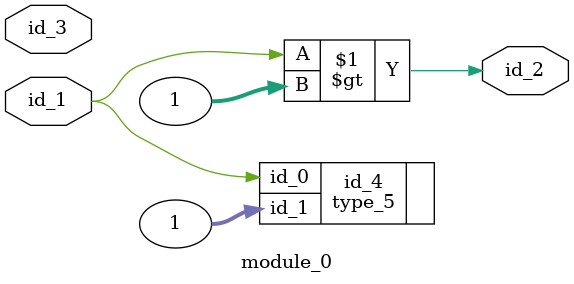
<source format=v>
module module_0 (
    id_1,
    id_2,
    id_3
);
  input id_3;
  output id_2;
  input id_1;
  assign id_2 = id_1 > 1;
  type_5 id_4 (
      .id_0(id_1),
      .id_1((1))
  );
endmodule

</source>
